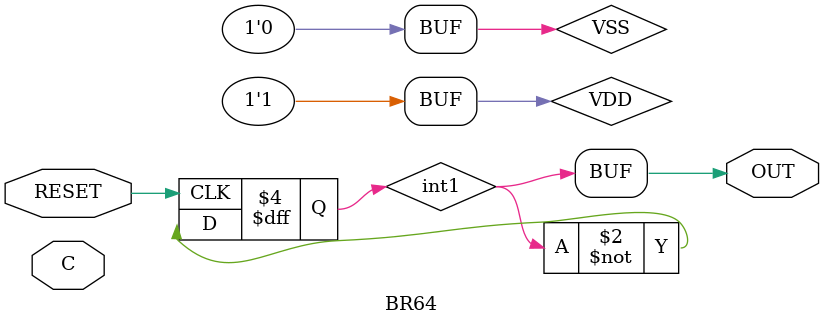
<source format=v>
module BR64 
(
  input wire RESET,
  input wire [63:0] C,
  output wire OUT
  `ifdef USE_POWER_PINS
  ,
  inout VSS,
  inout VDD
  `endif
);
  supply1 VDD;
  supply0 VSS;
  // empty module
  // see lib file
  reg int1;

  initial begin
    int1 <= 0;
  end

  always @ (posedge RESET) begin
    int1 <= ~int1;
  end

  assign OUT = int1;
  
endmodule

</source>
